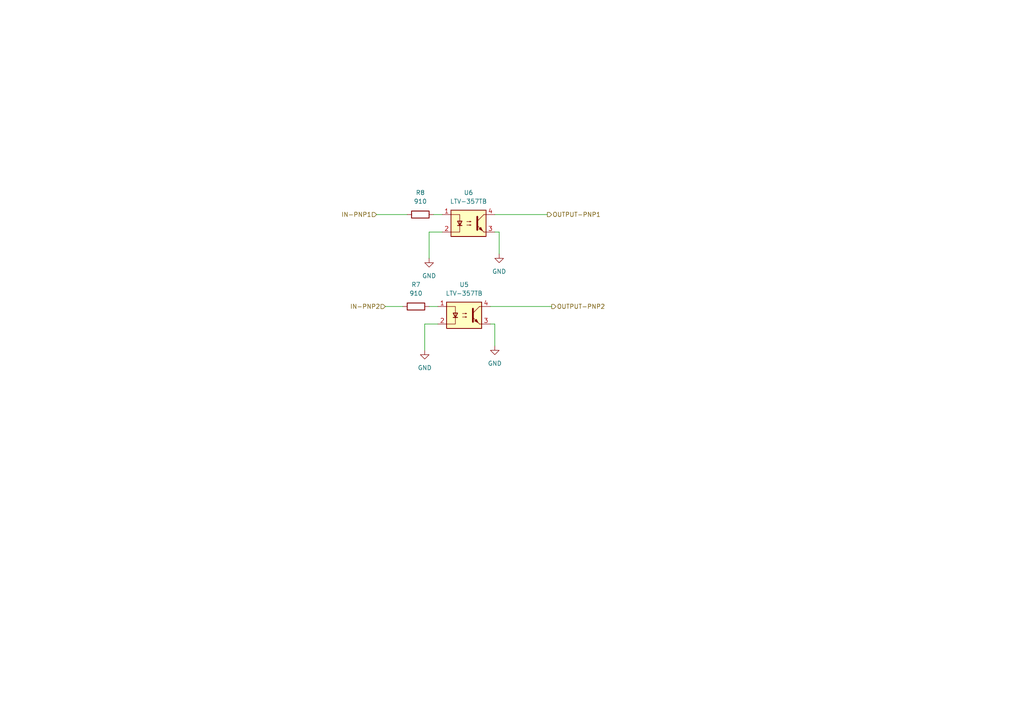
<source format=kicad_sch>
(kicad_sch
	(version 20250114)
	(generator "eeschema")
	(generator_version "9.0")
	(uuid "8f68ee7a-0a6d-45c7-a00b-85e82f6cc050")
	(paper "A4")
	(lib_symbols
		(symbol "Device:R"
			(pin_numbers
				(hide yes)
			)
			(pin_names
				(offset 0)
			)
			(exclude_from_sim no)
			(in_bom yes)
			(on_board yes)
			(property "Reference" "R"
				(at 2.032 0 90)
				(effects
					(font
						(size 1.27 1.27)
					)
				)
			)
			(property "Value" "R"
				(at 0 0 90)
				(effects
					(font
						(size 1.27 1.27)
					)
				)
			)
			(property "Footprint" ""
				(at -1.778 0 90)
				(effects
					(font
						(size 1.27 1.27)
					)
					(hide yes)
				)
			)
			(property "Datasheet" "~"
				(at 0 0 0)
				(effects
					(font
						(size 1.27 1.27)
					)
					(hide yes)
				)
			)
			(property "Description" "Resistor"
				(at 0 0 0)
				(effects
					(font
						(size 1.27 1.27)
					)
					(hide yes)
				)
			)
			(property "ki_keywords" "R res resistor"
				(at 0 0 0)
				(effects
					(font
						(size 1.27 1.27)
					)
					(hide yes)
				)
			)
			(property "ki_fp_filters" "R_*"
				(at 0 0 0)
				(effects
					(font
						(size 1.27 1.27)
					)
					(hide yes)
				)
			)
			(symbol "R_0_1"
				(rectangle
					(start -1.016 -2.54)
					(end 1.016 2.54)
					(stroke
						(width 0.254)
						(type default)
					)
					(fill
						(type none)
					)
				)
			)
			(symbol "R_1_1"
				(pin passive line
					(at 0 3.81 270)
					(length 1.27)
					(name "~"
						(effects
							(font
								(size 1.27 1.27)
							)
						)
					)
					(number "1"
						(effects
							(font
								(size 1.27 1.27)
							)
						)
					)
				)
				(pin passive line
					(at 0 -3.81 90)
					(length 1.27)
					(name "~"
						(effects
							(font
								(size 1.27 1.27)
							)
						)
					)
					(number "2"
						(effects
							(font
								(size 1.27 1.27)
							)
						)
					)
				)
			)
			(embedded_fonts no)
		)
		(symbol "Isolator:LTV-357T"
			(pin_names
				(offset 1.016)
			)
			(exclude_from_sim no)
			(in_bom yes)
			(on_board yes)
			(property "Reference" "U"
				(at -5.334 4.826 0)
				(effects
					(font
						(size 1.27 1.27)
					)
					(justify left)
				)
			)
			(property "Value" "LTV-357T"
				(at 0 5.08 0)
				(effects
					(font
						(size 1.27 1.27)
					)
					(justify left)
				)
			)
			(property "Footprint" "Package_SO:SO-4_4.4x3.6mm_P2.54mm"
				(at -5.08 -5.08 0)
				(effects
					(font
						(size 1.27 1.27)
						(italic yes)
					)
					(justify left)
					(hide yes)
				)
			)
			(property "Datasheet" "https://www.buerklin.com/medias/sys_master/download/download/h91/ha0/8892020588574.pdf"
				(at 0 0 0)
				(effects
					(font
						(size 1.27 1.27)
					)
					(justify left)
					(hide yes)
				)
			)
			(property "Description" "DC Optocoupler, Vce 35V, CTR 50%, SO-4"
				(at 0 0 0)
				(effects
					(font
						(size 1.27 1.27)
					)
					(hide yes)
				)
			)
			(property "ki_keywords" "NPN DC Optocoupler"
				(at 0 0 0)
				(effects
					(font
						(size 1.27 1.27)
					)
					(hide yes)
				)
			)
			(property "ki_fp_filters" "SO*4.4x3.6mm*P2.54mm*"
				(at 0 0 0)
				(effects
					(font
						(size 1.27 1.27)
					)
					(hide yes)
				)
			)
			(symbol "LTV-357T_0_1"
				(rectangle
					(start -5.08 3.81)
					(end 5.08 -3.81)
					(stroke
						(width 0.254)
						(type default)
					)
					(fill
						(type background)
					)
				)
				(polyline
					(pts
						(xy -5.08 2.54) (xy -2.54 2.54) (xy -2.54 -0.762)
					)
					(stroke
						(width 0)
						(type default)
					)
					(fill
						(type none)
					)
				)
				(polyline
					(pts
						(xy -3.175 -0.635) (xy -1.905 -0.635)
					)
					(stroke
						(width 0.254)
						(type default)
					)
					(fill
						(type none)
					)
				)
				(polyline
					(pts
						(xy -2.54 -0.635) (xy -2.54 -2.54) (xy -5.08 -2.54)
					)
					(stroke
						(width 0)
						(type default)
					)
					(fill
						(type none)
					)
				)
				(polyline
					(pts
						(xy -2.54 -0.635) (xy -3.175 0.635) (xy -1.905 0.635) (xy -2.54 -0.635)
					)
					(stroke
						(width 0.254)
						(type default)
					)
					(fill
						(type none)
					)
				)
				(polyline
					(pts
						(xy -0.508 0.508) (xy 0.762 0.508) (xy 0.381 0.381) (xy 0.381 0.635) (xy 0.762 0.508)
					)
					(stroke
						(width 0)
						(type default)
					)
					(fill
						(type none)
					)
				)
				(polyline
					(pts
						(xy -0.508 -0.508) (xy 0.762 -0.508) (xy 0.381 -0.635) (xy 0.381 -0.381) (xy 0.762 -0.508)
					)
					(stroke
						(width 0)
						(type default)
					)
					(fill
						(type none)
					)
				)
				(polyline
					(pts
						(xy 2.54 1.905) (xy 2.54 -1.905) (xy 2.54 -1.905)
					)
					(stroke
						(width 0.508)
						(type default)
					)
					(fill
						(type none)
					)
				)
				(polyline
					(pts
						(xy 2.54 0.635) (xy 4.445 2.54)
					)
					(stroke
						(width 0)
						(type default)
					)
					(fill
						(type none)
					)
				)
				(polyline
					(pts
						(xy 3.048 -1.651) (xy 3.556 -1.143) (xy 4.064 -2.159) (xy 3.048 -1.651) (xy 3.048 -1.651)
					)
					(stroke
						(width 0)
						(type default)
					)
					(fill
						(type outline)
					)
				)
				(polyline
					(pts
						(xy 4.445 2.54) (xy 5.08 2.54)
					)
					(stroke
						(width 0)
						(type default)
					)
					(fill
						(type none)
					)
				)
				(polyline
					(pts
						(xy 4.445 -2.54) (xy 2.54 -0.635)
					)
					(stroke
						(width 0)
						(type default)
					)
					(fill
						(type outline)
					)
				)
				(polyline
					(pts
						(xy 4.445 -2.54) (xy 5.08 -2.54)
					)
					(stroke
						(width 0)
						(type default)
					)
					(fill
						(type none)
					)
				)
			)
			(symbol "LTV-357T_1_1"
				(pin passive line
					(at -7.62 2.54 0)
					(length 2.54)
					(name "~"
						(effects
							(font
								(size 1.27 1.27)
							)
						)
					)
					(number "1"
						(effects
							(font
								(size 1.27 1.27)
							)
						)
					)
				)
				(pin passive line
					(at -7.62 -2.54 0)
					(length 2.54)
					(name "~"
						(effects
							(font
								(size 1.27 1.27)
							)
						)
					)
					(number "2"
						(effects
							(font
								(size 1.27 1.27)
							)
						)
					)
				)
				(pin passive line
					(at 7.62 2.54 180)
					(length 2.54)
					(name "~"
						(effects
							(font
								(size 1.27 1.27)
							)
						)
					)
					(number "4"
						(effects
							(font
								(size 1.27 1.27)
							)
						)
					)
				)
				(pin passive line
					(at 7.62 -2.54 180)
					(length 2.54)
					(name "~"
						(effects
							(font
								(size 1.27 1.27)
							)
						)
					)
					(number "3"
						(effects
							(font
								(size 1.27 1.27)
							)
						)
					)
				)
			)
			(embedded_fonts no)
		)
		(symbol "power:GND"
			(power)
			(pin_numbers
				(hide yes)
			)
			(pin_names
				(offset 0)
				(hide yes)
			)
			(exclude_from_sim no)
			(in_bom yes)
			(on_board yes)
			(property "Reference" "#PWR"
				(at 0 -6.35 0)
				(effects
					(font
						(size 1.27 1.27)
					)
					(hide yes)
				)
			)
			(property "Value" "GND"
				(at 0 -3.81 0)
				(effects
					(font
						(size 1.27 1.27)
					)
				)
			)
			(property "Footprint" ""
				(at 0 0 0)
				(effects
					(font
						(size 1.27 1.27)
					)
					(hide yes)
				)
			)
			(property "Datasheet" ""
				(at 0 0 0)
				(effects
					(font
						(size 1.27 1.27)
					)
					(hide yes)
				)
			)
			(property "Description" "Power symbol creates a global label with name \"GND\" , ground"
				(at 0 0 0)
				(effects
					(font
						(size 1.27 1.27)
					)
					(hide yes)
				)
			)
			(property "ki_keywords" "global power"
				(at 0 0 0)
				(effects
					(font
						(size 1.27 1.27)
					)
					(hide yes)
				)
			)
			(symbol "GND_0_1"
				(polyline
					(pts
						(xy 0 0) (xy 0 -1.27) (xy 1.27 -1.27) (xy 0 -2.54) (xy -1.27 -1.27) (xy 0 -1.27)
					)
					(stroke
						(width 0)
						(type default)
					)
					(fill
						(type none)
					)
				)
			)
			(symbol "GND_1_1"
				(pin power_in line
					(at 0 0 270)
					(length 0)
					(name "~"
						(effects
							(font
								(size 1.27 1.27)
							)
						)
					)
					(number "1"
						(effects
							(font
								(size 1.27 1.27)
							)
						)
					)
				)
			)
			(embedded_fonts no)
		)
	)
	(wire
		(pts
			(xy 124.46 67.31) (xy 128.27 67.31)
		)
		(stroke
			(width 0)
			(type default)
		)
		(uuid "020d1889-039e-4cf2-aa58-f0743c652045")
	)
	(wire
		(pts
			(xy 109.22 62.23) (xy 118.11 62.23)
		)
		(stroke
			(width 0)
			(type default)
		)
		(uuid "1696a8b2-898d-46b3-a900-3e4520482f76")
	)
	(wire
		(pts
			(xy 123.19 93.98) (xy 123.19 101.6)
		)
		(stroke
			(width 0)
			(type default)
		)
		(uuid "1d3c999f-f9d4-4806-96cb-6b5f50caf6c6")
	)
	(wire
		(pts
			(xy 144.78 73.66) (xy 144.78 67.31)
		)
		(stroke
			(width 0)
			(type default)
		)
		(uuid "2ca32d57-206b-4321-9049-6f200aea1575")
	)
	(wire
		(pts
			(xy 124.46 88.9) (xy 127 88.9)
		)
		(stroke
			(width 0)
			(type default)
		)
		(uuid "34a9c69e-135e-4028-8455-571ee0357fc1")
	)
	(wire
		(pts
			(xy 143.51 67.31) (xy 144.78 67.31)
		)
		(stroke
			(width 0)
			(type default)
		)
		(uuid "3d54571c-2994-47c2-a8c6-96c59d4e7bfc")
	)
	(wire
		(pts
			(xy 124.46 67.31) (xy 124.46 74.93)
		)
		(stroke
			(width 0)
			(type default)
		)
		(uuid "5dddb7b0-f2b6-47fb-b094-431454bad92f")
	)
	(wire
		(pts
			(xy 142.24 93.98) (xy 143.51 93.98)
		)
		(stroke
			(width 0)
			(type default)
		)
		(uuid "5de7b81c-f3e5-435f-8b1d-a2c71bc10596")
	)
	(wire
		(pts
			(xy 123.19 93.98) (xy 127 93.98)
		)
		(stroke
			(width 0)
			(type default)
		)
		(uuid "78a9405b-29d9-452d-8ade-1d2d5627a456")
	)
	(wire
		(pts
			(xy 125.73 62.23) (xy 128.27 62.23)
		)
		(stroke
			(width 0)
			(type default)
		)
		(uuid "8ed91928-1484-434b-b3e7-87db0323e0f2")
	)
	(wire
		(pts
			(xy 143.51 62.23) (xy 158.75 62.23)
		)
		(stroke
			(width 0)
			(type default)
		)
		(uuid "c510b6f8-100a-4a78-8ca5-34a730caa411")
	)
	(wire
		(pts
			(xy 111.76 88.9) (xy 116.84 88.9)
		)
		(stroke
			(width 0)
			(type default)
		)
		(uuid "cc11bd7a-8160-44f8-aba2-39046f998c6d")
	)
	(wire
		(pts
			(xy 142.24 88.9) (xy 160.02 88.9)
		)
		(stroke
			(width 0)
			(type default)
		)
		(uuid "ea95493f-98d2-44fe-a6a3-5f104a4d009b")
	)
	(wire
		(pts
			(xy 143.51 100.33) (xy 143.51 93.98)
		)
		(stroke
			(width 0)
			(type default)
		)
		(uuid "fbf48d37-7188-4858-b1f2-3b2a121e50ce")
	)
	(hierarchical_label "IN-PNP1"
		(shape input)
		(at 109.22 62.23 180)
		(effects
			(font
				(size 1.27 1.27)
			)
			(justify right)
		)
		(uuid "36fcb990-87d1-43ea-a93a-a691dc989b74")
	)
	(hierarchical_label "OUTPUT-PNP2"
		(shape output)
		(at 160.02 88.9 0)
		(effects
			(font
				(size 1.27 1.27)
			)
			(justify left)
		)
		(uuid "4c192102-f942-4ffa-90d6-425ce3b3eb48")
	)
	(hierarchical_label "IN-PNP2"
		(shape input)
		(at 111.76 88.9 180)
		(effects
			(font
				(size 1.27 1.27)
			)
			(justify right)
		)
		(uuid "7c20b447-a694-48b1-9c28-d82c085f4d6c")
	)
	(hierarchical_label "OUTPUT-PNP1"
		(shape output)
		(at 158.75 62.23 0)
		(effects
			(font
				(size 1.27 1.27)
			)
			(justify left)
		)
		(uuid "fca4fa74-d635-4e2a-907c-d3a1ffd95f27")
	)
	(symbol
		(lib_id "power:GND")
		(at 144.78 73.66 0)
		(unit 1)
		(exclude_from_sim no)
		(in_bom yes)
		(on_board yes)
		(dnp no)
		(fields_autoplaced yes)
		(uuid "09206f78-db83-447c-936f-fc6a2c76053f")
		(property "Reference" "#PWR024"
			(at 144.78 80.01 0)
			(effects
				(font
					(size 1.27 1.27)
				)
				(hide yes)
			)
		)
		(property "Value" "GND"
			(at 144.78 78.74 0)
			(effects
				(font
					(size 1.27 1.27)
				)
			)
		)
		(property "Footprint" ""
			(at 144.78 73.66 0)
			(effects
				(font
					(size 1.27 1.27)
				)
				(hide yes)
			)
		)
		(property "Datasheet" ""
			(at 144.78 73.66 0)
			(effects
				(font
					(size 1.27 1.27)
				)
				(hide yes)
			)
		)
		(property "Description" "Power symbol creates a global label with name \"GND\" , ground"
			(at 144.78 73.66 0)
			(effects
				(font
					(size 1.27 1.27)
				)
				(hide yes)
			)
		)
		(pin "1"
			(uuid "dcec476a-914c-4cb3-bdd6-e0ad29d9e993")
		)
		(instances
			(project "PCB2"
				(path "/65bd0161-ef9e-46bf-8f53-5e79265dec38/b9169cbc-15eb-4442-a6f5-930282d069c3/ab2e5e10-e766-4c7b-9e22-19ccac1e2c69"
					(reference "#PWR024")
					(unit 1)
				)
			)
		)
	)
	(symbol
		(lib_id "Isolator:LTV-357T")
		(at 134.62 91.44 0)
		(unit 1)
		(exclude_from_sim no)
		(in_bom yes)
		(on_board yes)
		(dnp no)
		(fields_autoplaced yes)
		(uuid "0ed3d92f-da9f-4b74-b990-799a9af9f83d")
		(property "Reference" "U5"
			(at 134.62 82.55 0)
			(effects
				(font
					(size 1.27 1.27)
				)
			)
		)
		(property "Value" "LTV-357TB"
			(at 134.62 85.09 0)
			(effects
				(font
					(size 1.27 1.27)
				)
			)
		)
		(property "Footprint" "Package_SO:SO-4_4.4x3.6mm_P2.54mm"
			(at 129.54 96.52 0)
			(effects
				(font
					(size 1.27 1.27)
					(italic yes)
				)
				(justify left)
				(hide yes)
			)
		)
		(property "Datasheet" "https://www.buerklin.com/medias/sys_master/download/download/h91/ha0/8892020588574.pdf"
			(at 134.62 91.44 0)
			(effects
				(font
					(size 1.27 1.27)
				)
				(justify left)
				(hide yes)
			)
		)
		(property "Description" "DC Optocoupler, Vce 35V, CTR 50%, SO-4"
			(at 134.62 91.44 0)
			(effects
				(font
					(size 1.27 1.27)
				)
				(hide yes)
			)
		)
		(pin "3"
			(uuid "6233f289-4791-49de-8316-4fe7e99cb4bf")
		)
		(pin "1"
			(uuid "6e307c05-4f2b-4e45-aabc-0946f1415113")
		)
		(pin "2"
			(uuid "0a5e5635-3812-487b-89a4-5f8a301a10c1")
		)
		(pin "4"
			(uuid "8c339d31-21b8-446e-ae5b-dcd88f53e2eb")
		)
		(instances
			(project "PCB2"
				(path "/65bd0161-ef9e-46bf-8f53-5e79265dec38/b9169cbc-15eb-4442-a6f5-930282d069c3/ab2e5e10-e766-4c7b-9e22-19ccac1e2c69"
					(reference "U5")
					(unit 1)
				)
			)
		)
	)
	(symbol
		(lib_id "power:GND")
		(at 124.46 74.93 0)
		(unit 1)
		(exclude_from_sim no)
		(in_bom yes)
		(on_board yes)
		(dnp no)
		(fields_autoplaced yes)
		(uuid "1dcf3daf-1890-47aa-8e89-67652d47533d")
		(property "Reference" "#PWR022"
			(at 124.46 81.28 0)
			(effects
				(font
					(size 1.27 1.27)
				)
				(hide yes)
			)
		)
		(property "Value" "GND"
			(at 124.46 80.01 0)
			(effects
				(font
					(size 1.27 1.27)
				)
			)
		)
		(property "Footprint" ""
			(at 124.46 74.93 0)
			(effects
				(font
					(size 1.27 1.27)
				)
				(hide yes)
			)
		)
		(property "Datasheet" ""
			(at 124.46 74.93 0)
			(effects
				(font
					(size 1.27 1.27)
				)
				(hide yes)
			)
		)
		(property "Description" "Power symbol creates a global label with name \"GND\" , ground"
			(at 124.46 74.93 0)
			(effects
				(font
					(size 1.27 1.27)
				)
				(hide yes)
			)
		)
		(pin "1"
			(uuid "dbaa6fe8-a0b3-4bf4-aa32-e8af1e461752")
		)
		(instances
			(project "PCB2"
				(path "/65bd0161-ef9e-46bf-8f53-5e79265dec38/b9169cbc-15eb-4442-a6f5-930282d069c3/ab2e5e10-e766-4c7b-9e22-19ccac1e2c69"
					(reference "#PWR022")
					(unit 1)
				)
			)
		)
	)
	(symbol
		(lib_id "power:GND")
		(at 123.19 101.6 0)
		(unit 1)
		(exclude_from_sim no)
		(in_bom yes)
		(on_board yes)
		(dnp no)
		(fields_autoplaced yes)
		(uuid "bfdb0523-c1cb-4f66-a5b2-b3950355c73e")
		(property "Reference" "#PWR021"
			(at 123.19 107.95 0)
			(effects
				(font
					(size 1.27 1.27)
				)
				(hide yes)
			)
		)
		(property "Value" "GND"
			(at 123.19 106.68 0)
			(effects
				(font
					(size 1.27 1.27)
				)
			)
		)
		(property "Footprint" ""
			(at 123.19 101.6 0)
			(effects
				(font
					(size 1.27 1.27)
				)
				(hide yes)
			)
		)
		(property "Datasheet" ""
			(at 123.19 101.6 0)
			(effects
				(font
					(size 1.27 1.27)
				)
				(hide yes)
			)
		)
		(property "Description" "Power symbol creates a global label with name \"GND\" , ground"
			(at 123.19 101.6 0)
			(effects
				(font
					(size 1.27 1.27)
				)
				(hide yes)
			)
		)
		(pin "1"
			(uuid "2fdae2eb-5461-455f-8498-a3e5bfae31f5")
		)
		(instances
			(project "PCB2"
				(path "/65bd0161-ef9e-46bf-8f53-5e79265dec38/b9169cbc-15eb-4442-a6f5-930282d069c3/ab2e5e10-e766-4c7b-9e22-19ccac1e2c69"
					(reference "#PWR021")
					(unit 1)
				)
			)
		)
	)
	(symbol
		(lib_id "Isolator:LTV-357T")
		(at 135.89 64.77 0)
		(unit 1)
		(exclude_from_sim no)
		(in_bom yes)
		(on_board yes)
		(dnp no)
		(fields_autoplaced yes)
		(uuid "d38260d8-a9c6-4fe4-b284-ce61b5be92d0")
		(property "Reference" "U6"
			(at 135.89 55.88 0)
			(effects
				(font
					(size 1.27 1.27)
				)
			)
		)
		(property "Value" "LTV-357TB"
			(at 135.89 58.42 0)
			(effects
				(font
					(size 1.27 1.27)
				)
			)
		)
		(property "Footprint" "Package_SO:SO-4_4.4x3.6mm_P2.54mm"
			(at 130.81 69.85 0)
			(effects
				(font
					(size 1.27 1.27)
					(italic yes)
				)
				(justify left)
				(hide yes)
			)
		)
		(property "Datasheet" "https://www.buerklin.com/medias/sys_master/download/download/h91/ha0/8892020588574.pdf"
			(at 135.89 64.77 0)
			(effects
				(font
					(size 1.27 1.27)
				)
				(justify left)
				(hide yes)
			)
		)
		(property "Description" "DC Optocoupler, Vce 35V, CTR 50%, SO-4"
			(at 135.89 64.77 0)
			(effects
				(font
					(size 1.27 1.27)
				)
				(hide yes)
			)
		)
		(pin "3"
			(uuid "0c4809ba-7b68-4f7a-92e5-2238646af124")
		)
		(pin "1"
			(uuid "4428f61d-fdc9-4806-b0da-cac781287f6f")
		)
		(pin "2"
			(uuid "da5196b1-6237-4dad-852d-abe40562a30c")
		)
		(pin "4"
			(uuid "46e365f3-7bb8-47db-bb02-c9a2ea0c8453")
		)
		(instances
			(project "PCB2"
				(path "/65bd0161-ef9e-46bf-8f53-5e79265dec38/b9169cbc-15eb-4442-a6f5-930282d069c3/ab2e5e10-e766-4c7b-9e22-19ccac1e2c69"
					(reference "U6")
					(unit 1)
				)
			)
		)
	)
	(symbol
		(lib_id "Device:R")
		(at 121.92 62.23 90)
		(unit 1)
		(exclude_from_sim no)
		(in_bom yes)
		(on_board yes)
		(dnp no)
		(fields_autoplaced yes)
		(uuid "e1b693d6-7f3a-4170-92f8-57febda76308")
		(property "Reference" "R8"
			(at 121.92 55.88 90)
			(effects
				(font
					(size 1.27 1.27)
				)
			)
		)
		(property "Value" "910"
			(at 121.92 58.42 90)
			(effects
				(font
					(size 1.27 1.27)
				)
			)
		)
		(property "Footprint" "Resistor_SMD:R_0603_1608Metric"
			(at 121.92 64.008 90)
			(effects
				(font
					(size 1.27 1.27)
				)
				(hide yes)
			)
		)
		(property "Datasheet" "~"
			(at 121.92 62.23 0)
			(effects
				(font
					(size 1.27 1.27)
				)
				(hide yes)
			)
		)
		(property "Description" "Resistor"
			(at 121.92 62.23 0)
			(effects
				(font
					(size 1.27 1.27)
				)
				(hide yes)
			)
		)
		(property "LCSC#" "C114670"
			(at 121.92 62.23 90)
			(effects
				(font
					(size 1.27 1.27)
				)
				(hide yes)
			)
		)
		(pin "1"
			(uuid "c5b7e086-8eb5-4749-8389-2e15d97cdc33")
		)
		(pin "2"
			(uuid "9c6d81ad-3f3d-482f-8c4d-2f8f270d721e")
		)
		(instances
			(project "PCB2"
				(path "/65bd0161-ef9e-46bf-8f53-5e79265dec38/b9169cbc-15eb-4442-a6f5-930282d069c3/ab2e5e10-e766-4c7b-9e22-19ccac1e2c69"
					(reference "R8")
					(unit 1)
				)
			)
		)
	)
	(symbol
		(lib_id "power:GND")
		(at 143.51 100.33 0)
		(unit 1)
		(exclude_from_sim no)
		(in_bom yes)
		(on_board yes)
		(dnp no)
		(fields_autoplaced yes)
		(uuid "e7203aeb-0210-42bf-ac31-59663941f771")
		(property "Reference" "#PWR023"
			(at 143.51 106.68 0)
			(effects
				(font
					(size 1.27 1.27)
				)
				(hide yes)
			)
		)
		(property "Value" "GND"
			(at 143.51 105.41 0)
			(effects
				(font
					(size 1.27 1.27)
				)
			)
		)
		(property "Footprint" ""
			(at 143.51 100.33 0)
			(effects
				(font
					(size 1.27 1.27)
				)
				(hide yes)
			)
		)
		(property "Datasheet" ""
			(at 143.51 100.33 0)
			(effects
				(font
					(size 1.27 1.27)
				)
				(hide yes)
			)
		)
		(property "Description" "Power symbol creates a global label with name \"GND\" , ground"
			(at 143.51 100.33 0)
			(effects
				(font
					(size 1.27 1.27)
				)
				(hide yes)
			)
		)
		(pin "1"
			(uuid "60d82006-90ca-4d05-b401-a0476daafd6d")
		)
		(instances
			(project "PCB2"
				(path "/65bd0161-ef9e-46bf-8f53-5e79265dec38/b9169cbc-15eb-4442-a6f5-930282d069c3/ab2e5e10-e766-4c7b-9e22-19ccac1e2c69"
					(reference "#PWR023")
					(unit 1)
				)
			)
		)
	)
	(symbol
		(lib_id "Device:R")
		(at 120.65 88.9 90)
		(unit 1)
		(exclude_from_sim no)
		(in_bom yes)
		(on_board yes)
		(dnp no)
		(fields_autoplaced yes)
		(uuid "f2e2c480-6b15-4a21-972c-503105c8384c")
		(property "Reference" "R7"
			(at 120.65 82.55 90)
			(effects
				(font
					(size 1.27 1.27)
				)
			)
		)
		(property "Value" "910"
			(at 120.65 85.09 90)
			(effects
				(font
					(size 1.27 1.27)
				)
			)
		)
		(property "Footprint" "Resistor_SMD:R_0603_1608Metric"
			(at 120.65 90.678 90)
			(effects
				(font
					(size 1.27 1.27)
				)
				(hide yes)
			)
		)
		(property "Datasheet" "~"
			(at 120.65 88.9 0)
			(effects
				(font
					(size 1.27 1.27)
				)
				(hide yes)
			)
		)
		(property "Description" "Resistor"
			(at 120.65 88.9 0)
			(effects
				(font
					(size 1.27 1.27)
				)
				(hide yes)
			)
		)
		(property "LCSC#" "C114670"
			(at 120.65 88.9 90)
			(effects
				(font
					(size 1.27 1.27)
				)
				(hide yes)
			)
		)
		(pin "1"
			(uuid "d432cfa3-4ab3-4cb9-b1b7-b5afece2eb97")
		)
		(pin "2"
			(uuid "e0e4fbd3-8bc5-4fa7-a667-1118f6f708e2")
		)
		(instances
			(project "PCB2"
				(path "/65bd0161-ef9e-46bf-8f53-5e79265dec38/b9169cbc-15eb-4442-a6f5-930282d069c3/ab2e5e10-e766-4c7b-9e22-19ccac1e2c69"
					(reference "R7")
					(unit 1)
				)
			)
		)
	)
)

</source>
